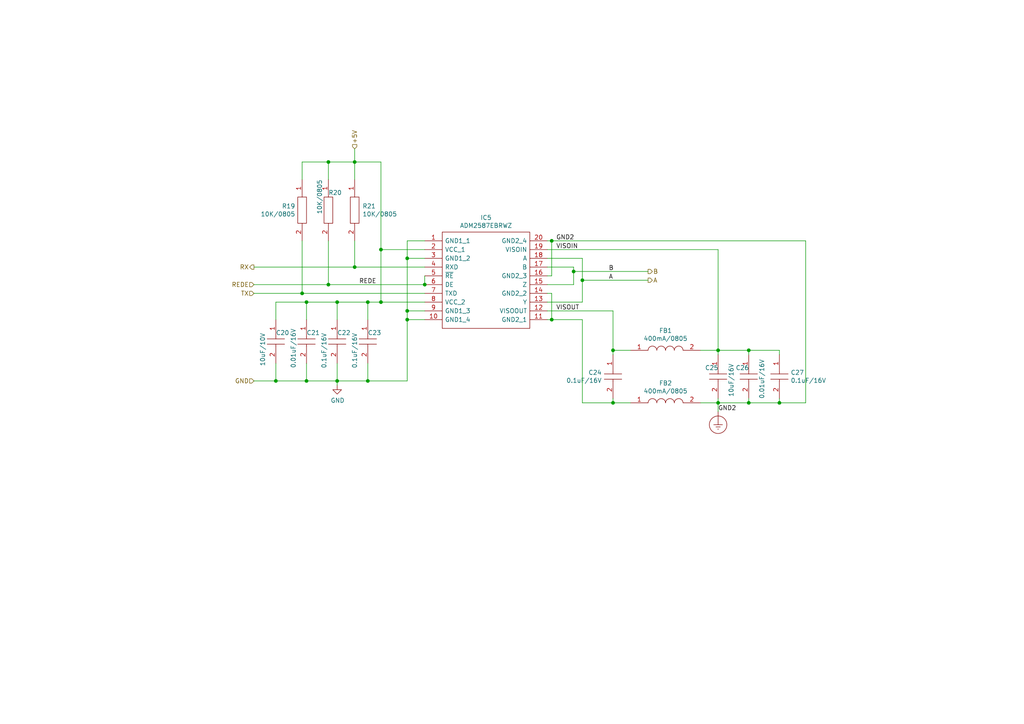
<source format=kicad_sch>
(kicad_sch (version 20231120) (generator "eeschema") (generator_version "8.0")
  (paper "A4")
  (title_block (date "2024-06-23") (rev "3.0") (comment 1 "info@vng.com.pl"))
  (lib_symbols
    (symbol "global_Library:0402YG103ZAT2A" (pin_names (offset 0.762))
      (property "Reference" "C" (at 8.89 6.35 0))
      (property "Value" "0402YG103ZAT2A" (at 8.89 3.81 0))
      (symbol "0402YG103ZAT2A_0_0"
        (pin passive line (at 0 0 0) (length 5.08) (name "~") (number "1"))
        (pin passive line (at 12.7 0 180) (length 5.08) (name "~") (number "2"))
      )
      (symbol "0402YG103ZAT2A_0_1"
        (polyline (pts (xy 5.08 0) (xy 5.588 0)) (stroke (width 0.1524)))
        (polyline (pts (xy 5.588 2.54) (xy 5.588 -2.54)) (stroke (width 0.1524)))
        (polyline (pts (xy 7.112 0) (xy 7.62 0)) (stroke (width 0.1524)))
        (polyline (pts (xy 7.112 2.54) (xy 7.112 -2.54)) (stroke (width 0.1524)))
      )
    )
    (symbol "global_Library:C2012X8L1A106K125AC" (pin_names (offset 0.762))
      (property "Reference" "C" (at 8.89 6.35 0))
      (property "Value" "C2012X8L1A106K125AC" (at 8.89 3.81 0))
      (symbol "C2012X8L1A106K125AC_0_0"
        (pin passive line (at 0 0 0) (length 5.08) (name "~") (number "1"))
        (pin passive line (at 12.7 0 180) (length 5.08) (name "~") (number "2"))
      )
      (symbol "C2012X8L1A106K125AC_0_1"
        (polyline (pts (xy 5.08 0) (xy 5.588 0)) (stroke (width 0.1524)))
        (polyline (pts (xy 5.588 2.54) (xy 5.588 -2.54)) (stroke (width 0.1524)))
        (polyline (pts (xy 7.112 0) (xy 7.62 0)) (stroke (width 0.1524)))
        (polyline (pts (xy 7.112 2.54) (xy 7.112 -2.54)) (stroke (width 0.1524)))
      )
    )
    (symbol "global_Library:MMZ2012Y202BTD25" (pin_names (offset 0.762))
      (property "Reference" "FB" (at 8.89 12.7 0))
      (property "Value" "MMZ2012Y202BTD25" (at 16.51 5.08 0))
      (symbol "MMZ2012Y202BTD25_1_1"
        (arc (start 3.81 10.16) (mid 2.54 11.3802) (end 1.27 10.16) (stroke (width 0.1524)))
        (arc (start 6.35 10.16) (mid 5.08 11.3802) (end 3.81 10.16) (stroke (width 0.1524)))
        (arc (start 8.89 10.16) (mid 7.62 11.3802) (end 6.35 10.16) (stroke (width 0.1524)))
        (arc (start 11.43 10.16) (mid 10.16 11.3802) (end 8.89 10.16) (stroke (width 0.1524)))
        (pin passive line (at -3.81 10.16 0) (length 5.08) (name "~") (number "1"))
        (pin passive line (at 16.51 10.16 180) (length 5.08) (name "~") (number "2"))
      )
    )
    (symbol "lonoff-rescue:ADM2587EBRWZ-global_Library" (pin_names (offset 0.762))
      (property "Reference" "IC" (at 31.75 7.62 0))
      (property "Value" "ADM2587EBRWZ-global_Library" (at 31.75 5.08 0))
      (symbol "ADM2587EBRWZ-global_Library_0_0"
        (pin passive line (at 0 0 0) (length 5.08) (name "GND1_1") (number "1"))
        (pin passive line (at 0 -22.86 0) (length 5.08) (name "GND1_4") (number "10"))
        (pin passive line (at 35.56 -22.86 180) (length 5.08) (name "GND2_1") (number "11"))
        (pin passive line (at 35.56 -20.32 180) (length 5.08) (name "VISOOUT") (number "12"))
        (pin passive line (at 35.56 -17.78 180) (length 5.08) (name "Y") (number "13"))
        (pin passive line (at 35.56 -15.24 180) (length 5.08) (name "GND2_2") (number "14"))
        (pin passive line (at 35.56 -12.7 180) (length 5.08) (name "Z") (number "15"))
        (pin passive line (at 35.56 -10.16 180) (length 5.08) (name "GND2_3") (number "16"))
        (pin passive line (at 35.56 -7.62 180) (length 5.08) (name "B") (number "17"))
        (pin passive line (at 35.56 -5.08 180) (length 5.08) (name "A") (number "18"))
        (pin passive line (at 35.56 -2.54 180) (length 5.08) (name "VISOIN") (number "19"))
        (pin passive line (at 0 -2.54 0) (length 5.08) (name "VCC_1") (number "2"))
        (pin passive line (at 35.56 0 180) (length 5.08) (name "GND2_4") (number "20"))
        (pin passive line (at 0 -5.08 0) (length 5.08) (name "GND1_2") (number "3"))
        (pin passive line (at 0 -7.62 0) (length 5.08) (name "RXD") (number "4"))
        (pin passive line (at 0 -10.16 0) (length 5.08) (name "~{RE}") (number "5"))
        (pin passive line (at 0 -12.7 0) (length 5.08) (name "DE") (number "6"))
        (pin passive line (at 0 -15.24 0) (length 5.08) (name "TXD") (number "7"))
        (pin passive line (at 0 -17.78 0) (length 5.08) (name "VCC_2") (number "8"))
        (pin passive line (at 0 -20.32 0) (length 5.08) (name "GND1_3") (number "9"))
      )
      (symbol "ADM2587EBRWZ-global_Library_0_1"
        (polyline (pts (xy 5.08 2.54) (xy 30.48 2.54) (xy 30.48 -25.4) (xy 5.08 -25.4) (xy 5.08 2.54)) (stroke (width 0.1524)))
      )
    )
    (symbol "lonoff-rescue:RC0805JR-0710KL-global_Library" (pin_names (offset 0.762))
      (property "Reference" "R" (at 13.97 6.35 0))
      (property "Value" "RC0805JR-0710KL-global_Library" (at 13.97 3.81 0))
      (symbol "RC0805JR-0710KL-global_Library_0_0"
        (pin passive line (at 0 0 0) (length 5.08) (name "~") (number "1"))
        (pin passive line (at 17.78 0 180) (length 5.08) (name "~") (number "2"))
      )
      (symbol "RC0805JR-0710KL-global_Library_0_1"
        (polyline (pts (xy 5.08 1.27) (xy 12.7 1.27) (xy 12.7 -1.27) (xy 5.08 -1.27) (xy 5.08 1.27)) (stroke (width 0.1524)))
      )
    )
    (symbol "lonoff_Library:C0402C104K4RECTU" (pin_names (offset 0.762))
      (property "Reference" "C" (at 8.89 6.35 0))
      (property "Value" "C0402C104K4RECTU" (at 8.89 3.81 0))
      (symbol "C0402C104K4RECTU_0_0"
        (pin passive line (at 0 0 0) (length 5.08) (name "~") (number "1"))
        (pin passive line (at 12.7 0 180) (length 5.08) (name "~") (number "2"))
      )
      (symbol "C0402C104K4RECTU_0_1"
        (polyline (pts (xy 5.08 0) (xy 5.588 0)) (stroke (width 0.1524)))
        (polyline (pts (xy 5.588 2.54) (xy 5.588 -2.54)) (stroke (width 0.1524)))
        (polyline (pts (xy 7.112 0) (xy 7.62 0)) (stroke (width 0.1524)))
        (polyline (pts (xy 7.112 2.54) (xy 7.112 -2.54)) (stroke (width 0.1524)))
      )
    )
    (symbol "power:Earth_Protective" (power) (pin_names (offset 0))
      (symbol "Earth_Protective_0_1"
        (circle (center 0 -3.81) (radius 2.54))
        (polyline (pts (xy -0.635 -4.445) (xy 0.635 -4.445)))
        (polyline (pts (xy -0.127 -5.08) (xy 0.127 -5.08)))
        (polyline (pts (xy 0 -3.81) (xy 0 0)))
        (polyline (pts (xy 1.27 -3.81) (xy -1.27 -3.81)))
      )
      (symbol "Earth_Protective_1_1"
        (pin power_in line (at 0 0 270) (length 0) hide (name "Earth_Protective") (number "1"))
      )
    )
    (symbol "power:GND" (power) (pin_names (offset 0))
      (property "Value" "GND" (at 0 -3.81 0))
      (symbol "GND_0_1"
        (polyline (pts (xy 0 0) (xy 0 -1.27) (xy 1.27 -1.27) (xy 0 -2.54) (xy -1.27 -1.27) (xy 0 -1.27)))
      )
      (symbol "GND_1_1"
        (pin power_in line (at 0 0 270) (length 0) hide (name "GND") (number "1"))
      )
    )
  )
  (junction (at 110.49 87.63))
  (junction (at 177.8 116.84))
  (junction (at 87.63 85.09))
  (junction (at 88.9 110.49))
  (junction (at 118.11 92.71))
  (junction (at 160.02 92.71))
  (junction (at 106.68 87.63))
  (junction (at 123.19 82.55))
  (junction (at 168.91 81.28))
  (junction (at 80.01 110.49))
  (junction (at 95.25 46.99))
  (junction (at 118.11 74.93))
  (junction (at 97.79 87.63))
  (junction (at 166.37 78.74))
  (junction (at 102.87 46.99))
  (junction (at 110.49 72.39))
  (junction (at 118.11 90.17))
  (junction (at 102.87 77.47))
  (junction (at 160.02 69.85))
  (junction (at 88.9 87.63))
  (junction (at 208.28 116.84))
  (junction (at 217.17 101.6))
  (junction (at 95.25 82.55))
  (junction (at 106.68 110.49))
  (junction (at 226.06 116.84))
  (junction (at 177.8 101.6))
  (junction (at 208.28 101.6))
  (junction (at 217.17 116.84))
  (junction (at 97.79 110.49))
  (wire (pts (xy 168.91 81.28) (xy 187.96 81.28)))
  (wire (pts (xy 217.17 115.57) (xy 217.17 116.84)))
  (wire (pts (xy 118.11 110.49) (xy 106.68 110.49)))
  (wire (pts (xy 208.28 116.84) (xy 208.28 119.38)))
  (wire (pts (xy 177.8 101.6) (xy 182.88 101.6)))
  (wire (pts (xy 168.91 87.63) (xy 158.75 87.63)))
  (wire (pts (xy 123.19 90.17) (xy 118.11 90.17)))
  (wire (pts (xy 106.68 110.49) (xy 97.79 110.49)))
  (wire (pts (xy 88.9 105.41) (xy 88.9 110.49)))
  (wire (pts (xy 102.87 46.99) (xy 110.49 46.99)))
  (wire (pts (xy 160.02 92.71) (xy 168.91 92.71)))
  (wire (pts (xy 110.49 87.63) (xy 123.19 87.63)))
  (wire (pts (xy 123.19 72.39) (xy 110.49 72.39)))
  (wire (pts (xy 226.06 115.57) (xy 226.06 116.84)))
  (wire (pts (xy 88.9 110.49) (xy 80.01 110.49)))
  (wire (pts (xy 87.63 46.99) (xy 95.25 46.99)))
  (wire (pts (xy 123.19 80.01) (xy 123.19 82.55)))
  (wire (pts (xy 118.11 69.85) (xy 118.11 74.93)))
  (wire (pts (xy 110.49 46.99) (xy 110.49 72.39)))
  (wire (pts (xy 97.79 92.71) (xy 97.79 87.63)))
  (wire (pts (xy 80.01 87.63) (xy 80.01 92.71)))
  (wire (pts (xy 88.9 92.71) (xy 88.9 87.63)))
  (wire (pts (xy 73.66 85.09) (xy 87.63 85.09)))
  (wire (pts (xy 123.19 69.85) (xy 118.11 69.85)))
  (wire (pts (xy 208.28 115.57) (xy 208.28 116.84)))
  (wire (pts (xy 208.28 116.84) (xy 203.2 116.84)))
  (wire (pts (xy 217.17 116.84) (xy 208.28 116.84)))
  (wire (pts (xy 166.37 78.74) (xy 187.96 78.74)))
  (wire (pts (xy 95.25 46.99) (xy 102.87 46.99)))
  (wire (pts (xy 80.01 110.49) (xy 80.01 105.41)))
  (wire (pts (xy 97.79 110.49) (xy 88.9 110.49)))
  (wire (pts (xy 106.68 92.71) (xy 106.68 87.63)))
  (wire (pts (xy 177.8 101.6) (xy 177.8 102.87)))
  (wire (pts (xy 158.75 92.71) (xy 160.02 92.71)))
  (wire (pts (xy 102.87 43.18) (xy 102.87 46.99)))
  (wire (pts (xy 177.8 115.57) (xy 177.8 116.84)))
  (wire (pts (xy 166.37 82.55) (xy 158.75 82.55)))
  (wire (pts (xy 87.63 69.85) (xy 87.63 85.09)))
  (wire (pts (xy 95.25 69.85) (xy 95.25 82.55)))
  (wire (pts (xy 97.79 105.41) (xy 97.79 110.49)))
  (wire (pts (xy 123.19 92.71) (xy 118.11 92.71)))
  (wire (pts (xy 158.75 77.47) (xy 166.37 77.47)))
  (wire (pts (xy 73.66 77.47) (xy 102.87 77.47)))
  (wire (pts (xy 118.11 90.17) (xy 118.11 92.71)))
  (wire (pts (xy 95.25 52.07) (xy 95.25 46.99)))
  (wire (pts (xy 226.06 116.84) (xy 217.17 116.84)))
  (wire (pts (xy 233.68 69.85) (xy 233.68 116.84)))
  (wire (pts (xy 158.75 69.85) (xy 160.02 69.85)))
  (wire (pts (xy 160.02 80.01) (xy 160.02 69.85)))
  (wire (pts (xy 158.75 80.01) (xy 160.02 80.01)))
  (wire (pts (xy 168.91 81.28) (xy 168.91 87.63)))
  (wire (pts (xy 177.8 90.17) (xy 177.8 101.6)))
  (wire (pts (xy 168.91 92.71) (xy 168.91 116.84)))
  (wire (pts (xy 208.28 101.6) (xy 208.28 102.87)))
  (wire (pts (xy 106.68 105.41) (xy 106.68 110.49)))
  (wire (pts (xy 203.2 101.6) (xy 208.28 101.6)))
  (wire (pts (xy 87.63 85.09) (xy 123.19 85.09)))
  (wire (pts (xy 233.68 116.84) (xy 226.06 116.84)))
  (wire (pts (xy 168.91 74.93) (xy 168.91 81.28)))
  (wire (pts (xy 166.37 78.74) (xy 166.37 82.55)))
  (wire (pts (xy 88.9 87.63) (xy 80.01 87.63)))
  (wire (pts (xy 118.11 92.71) (xy 118.11 110.49)))
  (wire (pts (xy 208.28 101.6) (xy 208.28 72.39)))
  (wire (pts (xy 95.25 82.55) (xy 123.19 82.55)))
  (wire (pts (xy 158.75 72.39) (xy 208.28 72.39)))
  (wire (pts (xy 110.49 87.63) (xy 110.49 72.39)))
  (wire (pts (xy 168.91 116.84) (xy 177.8 116.84)))
  (wire (pts (xy 102.87 77.47) (xy 123.19 77.47)))
  (wire (pts (xy 118.11 74.93) (xy 118.11 90.17)))
  (wire (pts (xy 226.06 101.6) (xy 226.06 102.87)))
  (wire (pts (xy 97.79 87.63) (xy 88.9 87.63)))
  (wire (pts (xy 217.17 102.87) (xy 217.17 101.6)))
  (wire (pts (xy 217.17 101.6) (xy 226.06 101.6)))
  (wire (pts (xy 73.66 82.55) (xy 95.25 82.55)))
  (wire (pts (xy 208.28 101.6) (xy 217.17 101.6)))
  (wire (pts (xy 87.63 52.07) (xy 87.63 46.99)))
  (wire (pts (xy 158.75 74.93) (xy 168.91 74.93)))
  (wire (pts (xy 177.8 116.84) (xy 182.88 116.84)))
  (wire (pts (xy 160.02 85.09) (xy 158.75 85.09)))
  (wire (pts (xy 166.37 77.47) (xy 166.37 78.74)))
  (wire (pts (xy 160.02 69.85) (xy 233.68 69.85)))
  (wire (pts (xy 123.19 74.93) (xy 118.11 74.93)))
  (wire (pts (xy 160.02 85.09) (xy 160.02 92.71)))
  (wire (pts (xy 110.49 87.63) (xy 106.68 87.63)))
  (wire (pts (xy 102.87 52.07) (xy 102.87 46.99)))
  (wire (pts (xy 97.79 111.76) (xy 97.79 110.49)))
  (wire (pts (xy 102.87 69.85) (xy 102.87 77.47)))
  (wire (pts (xy 106.68 87.63) (xy 97.79 87.63)))
  (wire (pts (xy 158.75 90.17) (xy 177.8 90.17)))
  (wire (pts (xy 73.66 110.49) (xy 80.01 110.49)))
  (label "VISOUT" (at 161.29 90.17 0))
  (label "REDE" (at 104.14 82.55 0))
  (label "GND2" (at 208.28 119.38 0))
  (label "B" (at 176.53 78.74 0))
  (label "GND2" (at 161.29 69.85 0))
  (label "VISOIN" (at 161.29 72.39 0))
  (label "A" (at 176.53 81.28 0))
  (hierarchical_label "+5V" (shape input) (at 102.87 43.18 90))
  (hierarchical_label "B" (shape output) (at 187.96 78.74 0))
  (hierarchical_label "TX" (shape input) (at 73.66 85.09 180))
  (hierarchical_label "RX" (shape output) (at 73.66 77.47 180))
  (hierarchical_label "GND" (shape input) (at 73.66 110.49 180))
  (hierarchical_label "REDE" (shape input) (at 73.66 82.55 180))
  (hierarchical_label "A" (shape output) (at 187.96 81.28 0))
  (symbol (lib_id "lonoff-rescue:ADM2587EBRWZ-global_Library") (at 123.19 69.85 0) (unit 1) (in_bom no)
    (property "Reference" "IC5" (at 140.97 63.119 0))
    (property "Value" "ADM2587EBRWZ" (at 140.97 65.4304 0))
    (property "Footprint" "SOIC127P1032X265-20N" (effects (hide yes)))
    (property "Datasheet" "http://www.analog.com/static/imported-files/data_sheets/ADM2582E_2587E.pdf" (effects (hide yes)))
    (property "Description" "ADM2587EBRWZ, Line Transceiver Differential, 3.3 V, 5 V, 20-Pin SOIC W" (effects (hide yes)))
    (property "Height" "2.65" (effects (hide yes)))
    (property "Manufacturer_Name" "Analog Devices" (effects (hide yes)))
    (property "Manufacturer_Part_Number" "ADM2587EBRWZ" (effects (hide yes)))
    (property "Mouser Part Number" "584-ADM2587EBRWZ" (effects (hide yes)))
    (property "Mouser Price/Stock" "https://www.mouser.co.uk/ProductDetail/Analog-Devices/ADM2587EBRWZ?qs=BpaRKvA4VqEzsBsna6VmlA%3D%3D" (effects (hide yes)))
    (property "Arrow Part Number" "ADM2587EBRWZ" (effects (hide yes)))
    (property "Arrow Price/Stock" "https://www.arrow.com/en/products/adm2587ebrwz/analog-devices" (effects (hide yes)))
  )
  (symbol (lib_id "power:Earth_Protective") (at 208.28 119.38 0) (unit 1)
    (property "Reference" "#PWR025" (effects (hide yes)))
    (property "Value" "Earth_Protective" (effects (hide yes)))
  )
  (symbol (lib_id "power:GND") (at 97.79 111.76 0) (unit 1)
    (property "Reference" "#PWR024" (effects (hide yes)))
    (property "Value" "GND" (at 97.917 116.1542 0))
  )
  (symbol (lib_id "lonoff-rescue:RC0805JR-0710KL-global_Library") (at 95.25 52.07 270) (unit 1)
    (property "Reference" "R20" (at 95.25 55.88 90) (effects (justify left)))
    (property "Value" "10K/0805" (at 92.71 52.07 0) (effects (justify left)))
    (property "Footprint" "RESC2012X60N" (effects (hide yes)))
    (property "Datasheet" "http://www.yageo.com/documents/recent/PYu-RC_Group_51_RoHS_L_10.pdf" (effects (hide yes)))
    (property "Description" "YAGEO - RC0805JR-0710KL - SMD Chip Resistor, 0805 [2012 Metric], 10 kohm, RC Series, 150 V, Thick Film, 125 mW" (effects (hide yes)))
    (property "Height" "0.6" (effects (hide yes)))
    (property "Manufacturer_Name" "YAGEO (PHYCOMP)" (effects (hide yes)))
    (property "Manufacturer_Part_Number" "RC0805JR-0710KL" (effects (hide yes)))
    (property "Mouser Part Number" "603-RC0805JR-0710KL" (effects (hide yes)))
    (property "Mouser Price/Stock" "https://www.mouser.co.uk/ProductDetail/YAGEO/RC0805JR-0710KL?qs=ZFGQJeMQzF5q%2Fp77vM%2FrVQ%3D%3D" (effects (hide yes)))
    (property "Arrow Part Number" "RC0805JR-0710KL" (effects (hide yes)))
    (property "Arrow Price/Stock" "https://www.arrow.com/en/products/rc0805jr-0710kl/yageo" (effects (hide yes)))
  )
  (symbol (lib_id "lonoff-rescue:RC0805JR-0710KL-global_Library") (at 87.63 52.07 270) (unit 1)
    (property "Reference" "R19" (at 85.6488 59.7916 90) (effects (justify right)))
    (property "Value" "10K/0805" (at 85.6488 62.103 90) (effects (justify right)))
    (property "Footprint" "RESC2012X60N" (effects (hide yes)))
    (property "Datasheet" "http://www.yageo.com/documents/recent/PYu-RC_Group_51_RoHS_L_10.pdf" (effects (hide yes)))
    (property "Description" "YAGEO - RC0805JR-0710KL - SMD Chip Resistor, 0805 [2012 Metric], 10 kohm, RC Series, 150 V, Thick Film, 125 mW" (effects (hide yes)))
    (property "Height" "0.6" (effects (hide yes)))
    (property "Manufacturer_Name" "YAGEO (PHYCOMP)" (effects (hide yes)))
    (property "Manufacturer_Part_Number" "RC0805JR-0710KL" (effects (hide yes)))
    (property "Mouser Part Number" "603-RC0805JR-0710KL" (effects (hide yes)))
    (property "Mouser Price/Stock" "https://www.mouser.co.uk/ProductDetail/YAGEO/RC0805JR-0710KL?qs=ZFGQJeMQzF5q%2Fp77vM%2FrVQ%3D%3D" (effects (hide yes)))
    (property "Arrow Part Number" "RC0805JR-0710KL" (effects (hide yes)))
    (property "Arrow Price/Stock" "https://www.arrow.com/en/products/rc0805jr-0710kl/yageo" (effects (hide yes)))
  )
  (symbol (lib_id "lonoff-rescue:RC0805JR-0710KL-global_Library") (at 102.87 52.07 270) (unit 1)
    (property "Reference" "R21" (at 105.1052 59.7916 90) (effects (justify left)))
    (property "Value" "10K/0805" (at 105.1052 62.103 90) (effects (justify left)))
    (property "Footprint" "RESC2012X60N" (effects (hide yes)))
    (property "Datasheet" "http://www.yageo.com/documents/recent/PYu-RC_Group_51_RoHS_L_10.pdf" (effects (hide yes)))
    (property "Description" "YAGEO - RC0805JR-0710KL - SMD Chip Resistor, 0805 [2012 Metric], 10 kohm, RC Series, 150 V, Thick Film, 125 mW" (effects (hide yes)))
    (property "Height" "0.6" (effects (hide yes)))
    (property "Manufacturer_Name" "YAGEO (PHYCOMP)" (effects (hide yes)))
    (property "Manufacturer_Part_Number" "RC0805JR-0710KL" (effects (hide yes)))
    (property "Mouser Part Number" "603-RC0805JR-0710KL" (effects (hide yes)))
    (property "Mouser Price/Stock" "https://www.mouser.co.uk/ProductDetail/YAGEO/RC0805JR-0710KL?qs=ZFGQJeMQzF5q%2Fp77vM%2FrVQ%3D%3D" (effects (hide yes)))
    (property "Arrow Part Number" "RC0805JR-0710KL" (effects (hide yes)))
    (property "Arrow Price/Stock" "https://www.arrow.com/en/products/rc0805jr-0710kl/yageo" (effects (hide yes)))
  )
  (symbol (lib_id "global_Library:MMZ2012Y202BTD25") (at 186.69 111.76 0) (unit 1)
    (property "Reference" "FB1" (at 193.04 95.885 0))
    (property "Value" "400mA/0805" (at 193.04 98.1964 0))
    (property "Footprint" "BEADC2012X105N" (effects (hide yes)))
    (property "Datasheet" "https://product.tdk.com/system/files/dam/doc/product/emc/emc/beads/catalog/beads_automotive_signal_mmz2012_en.pdf" (effects (hide yes)))
    (property "Description" "TDK - MMZ2012Y202BTD25 - Ferrite Bead, 0805 [2012 Metric], 2 kohm, 400 mA, MMZ Series, 0.5 ohm, +/- 25%" (effects (hide yes)))
    (property "Height" "1.05" (effects (hide yes)))
    (property "Manufacturer_Name" "TDK" (effects (hide yes)))
    (property "Manufacturer_Part_Number" "MMZ2012Y202BTD25" (effects (hide yes)))
    (property "Mouser Part Number" "810-MMZ2012Y202BTD25" (effects (hide yes)))
    (property "Mouser Price/Stock" "https://www.mouser.co.uk/ProductDetail/TDK/MMZ2012Y202BTD25/?qs=P7Pn66zgu7Fs5aslVD%252Bd5Q%3D%3D" (effects (hide yes)))
    (property "Arrow Part Number" "MMZ2012Y202BTD25" (effects (hide yes)))
    (property "Arrow Price/Stock" "https://www.arrow.com/en/products/mmz2012y202btd25/tdk" (effects (hide yes)))
  )
  (symbol (lib_id "global_Library:MMZ2012Y202BTD25") (at 186.69 127 0) (unit 1)
    (property "Reference" "FB2" (at 193.04 111.125 0))
    (property "Value" "400mA/0805" (at 193.04 113.4364 0))
    (property "Footprint" "BEADC2012X105N" (effects (hide yes)))
    (property "Datasheet" "https://product.tdk.com/system/files/dam/doc/product/emc/emc/beads/catalog/beads_automotive_signal_mmz2012_en.pdf" (effects (hide yes)))
    (property "Description" "TDK - MMZ2012Y202BTD25 - Ferrite Bead, 0805 [2012 Metric], 2 kohm, 400 mA, MMZ Series, 0.5 ohm, +/- 25%" (effects (hide yes)))
    (property "Height" "1.05" (effects (hide yes)))
    (property "Manufacturer_Name" "TDK" (effects (hide yes)))
    (property "Manufacturer_Part_Number" "MMZ2012Y202BTD25" (effects (hide yes)))
    (property "Mouser Part Number" "810-MMZ2012Y202BTD25" (effects (hide yes)))
    (property "Mouser Price/Stock" "https://www.mouser.co.uk/ProductDetail/TDK/MMZ2012Y202BTD25/?qs=P7Pn66zgu7Fs5aslVD%252Bd5Q%3D%3D" (effects (hide yes)))
    (property "Arrow Part Number" "MMZ2012Y202BTD25" (effects (hide yes)))
    (property "Arrow Price/Stock" "https://www.arrow.com/en/products/mmz2012y202btd25/tdk" (effects (hide yes)))
  )
  (symbol (lib_id "global_Library:C2012X8L1A106K125AC") (at 208.28 102.87 270) (unit 1)
    (property "Reference" "C25" (at 204.47 106.68 90) (effects (justify left)))
    (property "Value" "10uF/16V" (at 212.09 105.41 0) (effects (justify left)))
    (property "Footprint" "CAPC2012X145N" (effects (hide yes)))
    (property "Datasheet" "https://componentsearchengine.com//C2012X8L1A106K125AC.pdf" (effects (hide yes)))
    (property "Description" "Multilayer Ceramic Capacitors MLCC - SMD/SMT 0805 10VDC 10uF 10% X8L" (effects (hide yes)))
    (property "Height" "1.45" (effects (hide yes)))
    (property "Mouser2 Part Number" "810-C2012X8L106K125C" (effects (hide yes)))
    (property "Mouser2 Price/Stock" "https://www.mouser.com/Search/Refine.aspx?Keyword=810-C2012X8L106K125C" (effects (hide yes)))
    (property "Manufacturer_Name" "TDK" (effects (hide yes)))
    (property "Manufacturer_Part_Number" "C2012X8L1A106K125AC" (effects (hide yes)))
  )
  (symbol (lib_id "lonoff_Library:C0402C104K4RECTU") (at 177.8 102.87 270) (unit 1)
    (property "Reference" "C24" (at 174.5488 108.0516 90) (effects (justify right)))
    (property "Value" "0.1uF/16V" (at 174.5488 110.363 90) (effects (justify right)))
    (property "Footprint" "C_0402_1005Metric" (effects (hide yes)))
    (property "Datasheet" "https://content.kemet.com/datasheets/KEM_C1002_X7R_SMD.pdf" (effects (hide yes)))
    (property "Description" "Multilayer Ceramic Capacitors MLCC - SMD/SMT 16V 0.1uF X7R 0402 10%" (effects (hide yes)))
    (property "Height" "0.55" (effects (hide yes)))
    (property "Manufacturer_Name" "Kemet" (effects (hide yes)))
    (property "Manufacturer_Part_Number" "C0402C104K4RECTU" (effects (hide yes)))
  )
  (symbol (lib_id "lonoff_Library:C0402C104K4RECTU") (at 226.06 102.87 270) (unit 1)
    (property "Reference" "C27" (at 229.3112 108.0516 90) (effects (justify left)))
    (property "Value" "0.1uF/16V" (at 229.3112 110.363 90) (effects (justify left)))
    (property "Footprint" "C_0402_1005Metric" (effects (hide yes)))
    (property "Datasheet" "https://content.kemet.com/datasheets/KEM_C1002_X7R_SMD.pdf" (effects (hide yes)))
    (property "Description" "Multilayer Ceramic Capacitors MLCC - SMD/SMT 16V 0.1uF X7R 0402 10%" (effects (hide yes)))
    (property "Height" "0.55" (effects (hide yes)))
    (property "Manufacturer_Name" "Kemet" (effects (hide yes)))
    (property "Manufacturer_Part_Number" "C0402C104K4RECTU" (effects (hide yes)))
  )
  (symbol (lib_id "global_Library:0402YG103ZAT2A") (at 217.17 102.87 270) (unit 1)
    (property "Reference" "C26" (at 213.36 106.68 90) (effects (justify left)))
    (property "Value" "0.01uF/16V" (at 220.98 104.14 0) (effects (justify left)))
    (property "Footprint" "CAPC1005X56N" (effects (hide yes)))
    (property "Datasheet" "http://www.mouser.com/catalog/supplier/library/pdf/AVXSurfaceMountCeramic.pdf" (effects (hide yes)))
    (property "Description" "Multilayer Ceramic Capacitors MLCC - SMD/SMT 16V .01uF Y5V 0402 .01pF Tol" (effects (hide yes)))
    (property "Height" "0.56" (effects (hide yes)))
    (property "Manufacturer_Name" "AVX" (effects (hide yes)))
    (property "Manufacturer_Part_Number" "0402YG103ZAT2A" (effects (hide yes)))
    (property "Mouser Part Number" "581-0402YG103ZAT2A" (effects (hide yes)))
    (property "Mouser Price/Stock" "https://www.mouser.com/Search/Refine.aspx?Keyword=581-0402YG103ZAT2A" (effects (hide yes)))
    (property "Arrow Part Number" "0402YG103ZAT2A" (effects (hide yes)))
    (property "Arrow Price/Stock" "https://www.arrow.com/en/products/0402yg103zat2a/avx" (effects (hide yes)))
  )
  (symbol (lib_id "global_Library:C2012X8L1A106K125AC") (at 80.01 92.71 270) (unit 1)
    (property "Reference" "C20" (at 80.01 96.52 90) (effects (justify left)))
    (property "Value" "10uF/10V" (at 76.2 96.52 0) (effects (justify left)))
    (property "Footprint" "CAPC2012X145N" (effects (hide yes)))
    (property "Datasheet" "https://componentsearchengine.com//C2012X8L1A106K125AC.pdf" (effects (hide yes)))
    (property "Description" "Multilayer Ceramic Capacitors MLCC - SMD/SMT 0805 10VDC 10uF 10% X8L" (effects (hide yes)))
    (property "Height" "1.45" (effects (hide yes)))
    (property "Mouser2 Part Number" "810-C2012X8L106K125C" (effects (hide yes)))
    (property "Mouser2 Price/Stock" "https://www.mouser.com/Search/Refine.aspx?Keyword=810-C2012X8L106K125C" (effects (hide yes)))
    (property "Manufacturer_Name" "TDK" (effects (hide yes)))
    (property "Manufacturer_Part_Number" "C2012X8L1A106K125AC" (effects (hide yes)))
  )
  (symbol (lib_id "global_Library:0402YG103ZAT2A") (at 88.9 92.71 270) (unit 1)
    (property "Reference" "C21" (at 88.9 96.52 90) (effects (justify left)))
    (property "Value" "0.01uF/16V" (at 85.09 95.25 0) (effects (justify left)))
    (property "Footprint" "CAPC1005X56N" (effects (hide yes)))
    (property "Datasheet" "http://www.mouser.com/catalog/supplier/library/pdf/AVXSurfaceMountCeramic.pdf" (effects (hide yes)))
    (property "Description" "Multilayer Ceramic Capacitors MLCC - SMD/SMT 16V .01uF Y5V 0402 .01pF Tol" (effects (hide yes)))
    (property "Height" "0.56" (effects (hide yes)))
    (property "Manufacturer_Name" "AVX" (effects (hide yes)))
    (property "Manufacturer_Part_Number" "0402YG103ZAT2A" (effects (hide yes)))
    (property "Mouser Part Number" "581-0402YG103ZAT2A" (effects (hide yes)))
    (property "Mouser Price/Stock" "https://www.mouser.com/Search/Refine.aspx?Keyword=581-0402YG103ZAT2A" (effects (hide yes)))
    (property "Arrow Part Number" "0402YG103ZAT2A" (effects (hide yes)))
    (property "Arrow Price/Stock" "https://www.arrow.com/en/products/0402yg103zat2a/avx" (effects (hide yes)))
  )
  (symbol (lib_id "lonoff_Library:C0402C104K4RECTU") (at 97.79 92.71 270) (unit 1)
    (property "Reference" "C22" (at 97.79 96.52 90) (effects (justify left)))
    (property "Value" "0.1uF/16V" (at 93.98 96.52 0) (effects (justify left)))
    (property "Footprint" "C_0402_1005Metric" (effects (hide yes)))
    (property "Datasheet" "https://content.kemet.com/datasheets/KEM_C1002_X7R_SMD.pdf" (effects (hide yes)))
    (property "Description" "Multilayer Ceramic Capacitors MLCC - SMD/SMT 16V 0.1uF X7R 0402 10%" (effects (hide yes)))
    (property "Height" "0.55" (effects (hide yes)))
    (property "Manufacturer_Name" "Kemet" (effects (hide yes)))
    (property "Manufacturer_Part_Number" "C0402C104K4RECTU" (effects (hide yes)))
  )
  (symbol (lib_id "lonoff_Library:C0402C104K4RECTU") (at 106.68 92.71 270) (unit 1)
    (property "Reference" "C23" (at 106.68 96.52 90) (effects (justify left)))
    (property "Value" "0.1uF/16V" (at 102.87 96.52 0) (effects (justify left)))
    (property "Footprint" "C_0402_1005Metric" (effects (hide yes)))
    (property "Datasheet" "https://content.kemet.com/datasheets/KEM_C1002_X7R_SMD.pdf" (effects (hide yes)))
    (property "Description" "Multilayer Ceramic Capacitors MLCC - SMD/SMT 16V 0.1uF X7R 0402 10%" (effects (hide yes)))
    (property "Height" "0.55" (effects (hide yes)))
    (property "Manufacturer_Name" "Kemet" (effects (hide yes)))
    (property "Manufacturer_Part_Number" "C0402C104K4RECTU" (effects (hide yes)))
  )
)
</source>
